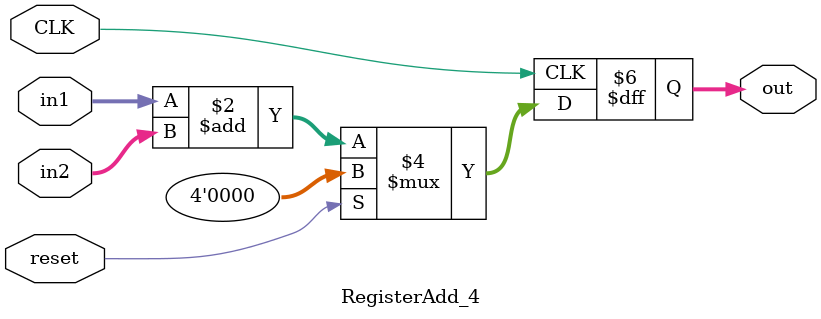
<source format=v>
module RegisterAdd_4(
    input CLK,
    input reset,
    input [3:0] in1,
    input [3:0] in2,
    output reg [3:0] out
);

    always @(posedge CLK) begin
        if (reset) begin
            out <= 4'd0;
        end else begin
            out <= in1 + in2;
        end
    end

endmodule
</source>
